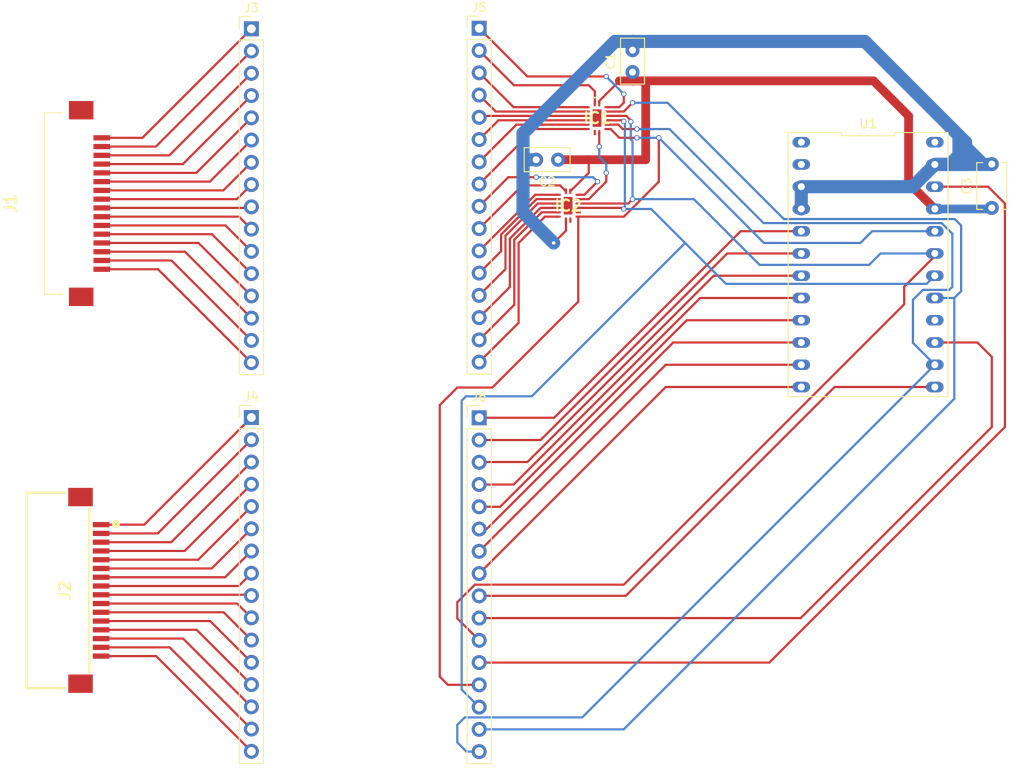
<source format=kicad_pcb>
(kicad_pcb (version 20241229) (generator "pcbnew") (generator_version "9.0")
  (title_block (date "mar. 31 mars 2015"))
  (layers (0 "F.Cu" signal) (2 "B.Cu" signal) (13 "F.Paste" user) (15 "B.Paste" user) (5 "F.SilkS" user "F.Silkscreen") (7 "B.SilkS" user "B.Silkscreen") (1 "F.Mask" user) (3 "B.Mask" user) (25 "Edge.Cuts" user))
  (net 0 "")
  (net 1 "GND")
  (net 3 "C6")
  (net 4 "Net-(IC1-QH')")
  (net 5 "C1")
  (net 6 "RCLK")
  (net 7 "{slash}SRCLR")
  (net 8 "C5")
  (net 9 "C7")
  (net 10 "{slash}OE")
  (net 11 "C8")
  (net 12 "C2")
  (net 13 "SER")
  (net 14 "C4")
  (net 15 "SRCLK")
  (net 16 "C3")
  (net 17 "C16")
  (net 18 "C15")
  (net 20 "C9")
  (net 21 "C13")
  (net 23 "C11")
  (net 24 "C12")
  (net 25 "C10")
  (net 26 "C14")
  (net 27 "VCC")
  (net 28 "Net-(J3-Pin_10)")
  (net 29 "Net-(J3-Pin_9)")
  (net 31 "Net-(J3-Pin_7)")
  (net 32 "Net-(J3-Pin_1)")
  (net 33 "Net-(J3-Pin_14)")
  (net 34 "Net-(J3-Pin_15)")
  (net 35 "Net-(J3-Pin_5)")
  (net 36 "Net-(J3-Pin_16)")
  (net 37 "Net-(J3-Pin_6)")
  (net 38 "Net-(J3-Pin_12)")
  (net 39 "Net-(J3-Pin_13)")
  (net 41 "Net-(J3-Pin_4)")
  (net 42 "Net-(J3-Pin_2)")
  (net 43 "Net-(J3-Pin_8)")
  (net 44 "Net-(J3-Pin_3)")
  (net 45 "Net-(J3-Pin_11)")
  (net 46 "Net-(J4-Pin_4)")
  (net 47 "Net-(J4-Pin_8)")
  (net 48 "Net-(J4-Pin_6)")
  (net 49 "Net-(J4-Pin_13)")
  (net 50 "Net-(J4-Pin_10)")
  (net 51 "Net-(J4-Pin_5)")
  (net 52 "Net-(J4-Pin_12)")
  (net 53 "Net-(J4-Pin_15)")
  (net 54 "Net-(J4-Pin_1)")
  (net 55 "Net-(J4-Pin_3)")
  (net 56 "Net-(J4-Pin_16)")
  (net 57 "Net-(J4-Pin_11)")
  (net 58 "Net-(J4-Pin_9)")
  (net 59 "Net-(J4-Pin_7)")
  (net 60 "Net-(J4-Pin_14)")
  (net 61 "Net-(J4-Pin_2)")
  (net 62 "D10")
  (net 63 "R5")
  (net 64 "R7")
  (net 65 "R3")
  (net 66 "RST")
  (net 67 "R4")
  (net 68 "D14")
  (net 69 "R8")
  (net 70 "R6")
  (net 71 "R2")
  (net 72 "R1")
  (net 73 "D15")
  (footprint "Connector_PinHeader_2.54mm:PinHeader_1x16_P2.54mm_Vertical" (layer "F.Cu") (at 76.5 70.45)
    (property "Reference" "J6" (at 0 -2.38 0) (layer "F.SilkS"))
    (property "Value" "Conn_01x16_Socket")
    (pad "1" thru_hole rect (at 0 0) (size 1.7 1.7) (drill 1) (layers "*.Cu" "*.Mask") (net 72 "R1"))
    (pad "2" thru_hole circle (at 0 2.54) (size 1.7 1.7) (drill 1) (layers "*.Cu" "*.Mask") (net 71 "R2"))
    (pad "3" thru_hole circle (at 0 5.08) (size 1.7 1.7) (drill 1) (layers "*.Cu" "*.Mask") (net 65 "R3"))
    (pad "4" thru_hole circle (at 0 7.62) (size 1.7 1.7) (drill 1) (layers "*.Cu" "*.Mask") (net 67 "R4"))
    (pad "5" thru_hole circle (at 0 10.16) (size 1.7 1.7) (drill 1) (layers "*.Cu" "*.Mask") (net 63 "R5"))
    (pad "6" thru_hole circle (at 0 12.7) (size 1.7 1.7) (drill 1) (layers "*.Cu" "*.Mask") (net 70 "R6"))
    (pad "7" thru_hole circle (at 0 15.24) (size 1.7 1.7) (drill 1) (layers "*.Cu" "*.Mask") (net 64 "R7"))
    (pad "8" thru_hole circle (at 0 17.78) (size 1.7 1.7) (drill 1) (layers "*.Cu" "*.Mask") (net 69 "R8"))
    (pad "9" thru_hole circle (at 0 20.32) (size 1.7 1.7) (drill 1) (layers "*.Cu" "*.Mask") (net 62 "D10"))
    (pad "10" thru_hole circle (at 0 22.86) (size 1.7 1.7) (drill 1) (layers "*.Cu" "*.Mask") (net 68 "D14"))
    (pad "11" thru_hole circle (at 0 25.4) (size 1.7 1.7) (drill 1) (layers "*.Cu" "*.Mask") (net 10 "{slash}OE"))
    (pad "12" thru_hole circle (at 0 27.94) (size 1.7 1.7) (drill 1) (layers "*.Cu" "*.Mask") (net 66 "RST"))
    (pad "13" thru_hole circle (at 0 30.48) (size 1.7 1.7) (drill 1) (layers "*.Cu" "*.Mask") (net 7 "{slash}SRCLR"))
    (pad "14" thru_hole circle (at 0 33.02) (size 1.7 1.7) (drill 1) (layers "*.Cu" "*.Mask") (net 6 "RCLK"))
    (pad "15" thru_hole circle (at 0 35.56) (size 1.7 1.7) (drill 1) (layers "*.Cu" "*.Mask") (net 13 "SER"))
    (pad "16" thru_hole circle (at 0 38.1) (size 1.7 1.7) (drill 1) (layers "*.Cu" "*.Mask") (net 15 "SRCLK"))
  )
  (footprint "Capacitor_THT:C_Disc_D5.0mm_W2.5mm_P2.50mm" (layer "F.Cu") (at 85.5 41 180)
    (property "Reference" "C2" (at 1.25 -2.5 0) (layer "F.SilkS"))
    (property "Value" "C_Small")
    (pad "1" thru_hole circle (at 0 0 180) (size 1.6 1.6) (drill 0.8) (layers "*.Cu" "*.Mask") (net 27 "VCC"))
    (pad "2" thru_hole circle (at 2.5 0 180) (size 1.6 1.6) (drill 0.8) (layers "*.Cu" "*.Mask") (net 1 "GND"))
  )
  (footprint "1_my_components:SN74AC596BQBR" (layer "F.Cu") (at 89.95 36.25)
    (property "Reference" "IC1" (at 0 0 0) (layer "F.SilkS") (effects (font (size 1.27 1.27) (thickness 0.254))))
    (property "Value" "SN74AC596BQBR" (hide yes))
    (pad "1" smd rect (at -0.25 -1.65) (size 0.24 0.6) (layers "F.Cu" "F.Mask" "F.Paste") (net 12 "C2"))
    (pad "2" smd rect (at -1.15 -1.25 90) (size 0.24 0.6) (layers "F.Cu" "F.Mask" "F.Paste") (net 16 "C3"))
    (pad "3" smd rect (at -1.15 -0.75 90) (size 0.24 0.6) (layers "F.Cu" "F.Mask" "F.Paste") (net 14 "C4"))
    (pad "4" smd rect (at -1.15 -0.25 90) (size 0.24 0.6) (layers "F.Cu" "F.Mask" "F.Paste") (net 8 "C5"))
    (pad "5" smd rect (at -1.15 0.25 90) (size 0.24 0.6) (layers "F.Cu" "F.Mask" "F.Paste") (net 3 "C6"))
    (pad "6" smd rect (at -1.15 0.75 90) (size 0.24 0.6) (layers "F.Cu" "F.Mask" "F.Paste") (net 9 "C7"))
    (pad "7" smd rect (at -1.15 1.25 90) (size 0.24 0.6) (layers "F.Cu" "F.Mask" "F.Paste") (net 11 "C8"))
    (pad "8" smd rect (at -0.25 1.65) (size 0.24 0.6) (layers "F.Cu" "F.Mask" "F.Paste") (net 1 "GND"))
    (pad "9" smd rect (at 0.25 1.65) (size 0.24 0.6) (layers "F.Cu" "F.Mask" "F.Paste") (net 4 "Net-(IC1-QH')"))
    (pad "10" smd rect (at 1.15 1.25 90) (size 0.24 0.6) (layers "F.Cu" "F.Mask" "F.Paste") (net 7 "{slash}SRCLR"))
    (pad "11" smd rect (at 1.15 0.75 90) (size 0.24 0.6) (layers "F.Cu" "F.Mask" "F.Paste") (net 15 "SRCLK"))
    (pad "12" smd rect (at 1.15 0.25 90) (size 0.24 0.6) (layers "F.Cu" "F.Mask" "F.Paste") (net 6 "RCLK"))
    (pad "13" smd rect (at 1.15 -0.25 90) (size 0.24 0.6) (layers "F.Cu" "F.Mask" "F.Paste") (net 10 "{slash}OE"))
    (pad "14" smd rect (at 1.15 -0.75 90) (size 0.24 0.6) (layers "F.Cu" "F.Mask" "F.Paste") (net 13 "SER"))
    (pad "15" smd rect (at 1.15 -1.25 90) (size 0.24 0.6) (layers "F.Cu" "F.Mask" "F.Paste") (net 5 "C1"))
    (pad "16" smd rect (at 0.25 -1.65) (size 0.24 0.6) (layers "F.Cu" "F.Mask" "F.Paste") (net 27 "VCC"))
    (pad "17" smd rect (at 0 0) (size 1 2) (layers "F.Cu" "F.Mask" "F.Paste"))
  )
  (footprint "Connector_PinHeader_2.54mm:PinHeader_1x16_P2.54mm_Vertical" (layer "F.Cu") (at 50.5 26.06)
    (property "Reference" "J3" (at 0 -2.38 0) (layer "F.SilkS"))
    (property "Value" "Conn_01x16_Socket")
    (pad "1" thru_hole rect (at 0 0) (size 1.7 1.7) (drill 1) (layers "*.Cu" "*.Mask") (net 32 "Net-(J3-Pin_1)"))
    (pad "2" thru_hole circle (at 0 2.54) (size 1.7 1.7) (drill 1) (layers "*.Cu" "*.Mask") (net 42 "Net-(J3-Pin_2)"))
    (pad "3" thru_hole circle (at 0 5.08) (size 1.7 1.7) (drill 1) (layers "*.Cu" "*.Mask") (net 44 "Net-(J3-Pin_3)"))
    (pad "4" thru_hole circle (at 0 7.62) (size 1.7 1.7) (drill 1) (layers "*.Cu" "*.Mask") (net 41 "Net-(J3-Pin_4)"))
    (pad "5" thru_hole circle (at 0 10.16) (size 1.7 1.7) (drill 1) (layers "*.Cu" "*.Mask") (net 35 "Net-(J3-Pin_5)"))
    (pad "6" thru_hole circle (at 0 12.7) (size 1.7 1.7) (drill 1) (layers "*.Cu" "*.Mask") (net 37 "Net-(J3-Pin_6)"))
    (pad "7" thru_hole circle (at 0 15.24) (size 1.7 1.7) (drill 1) (layers "*.Cu" "*.Mask") (net 31 "Net-(J3-Pin_7)"))
    (pad "8" thru_hole circle (at 0 17.78) (size 1.7 1.7) (drill 1) (layers "*.Cu" "*.Mask") (net 43 "Net-(J3-Pin_8)"))
    (pad "9" thru_hole circle (at 0 20.32) (size 1.7 1.7) (drill 1) (layers "*.Cu" "*.Mask") (net 29 "Net-(J3-Pin_9)"))
    (pad "10" thru_hole circle (at 0 22.86) (size 1.7 1.7) (drill 1) (layers "*.Cu" "*.Mask") (net 28 "Net-(J3-Pin_10)"))
    (pad "11" thru_hole circle (at 0 25.4) (size 1.7 1.7) (drill 1) (layers "*.Cu" "*.Mask") (net 45 "Net-(J3-Pin_11)"))
    (pad "12" thru_hole circle (at 0 27.94) (size 1.7 1.7) (drill 1) (layers "*.Cu" "*.Mask") (net 38 "Net-(J3-Pin_12)"))
    (pad "13" thru_hole circle (at 0 30.48) (size 1.7 1.7) (drill 1) (layers "*.Cu" "*.Mask") (net 39 "Net-(J3-Pin_13)"))
    (pad "14" thru_hole circle (at 0 33.02) (size 1.7 1.7) (drill 1) (layers "*.Cu" "*.Mask") (net 33 "Net-(J3-Pin_14)"))
    (pad "15" thru_hole circle (at 0 35.56) (size 1.7 1.7) (drill 1) (layers "*.Cu" "*.Mask") (net 34 "Net-(J3-Pin_15)"))
    (pad "16" thru_hole circle (at 0 38.1) (size 1.7 1.7) (drill 1) (layers "*.Cu" "*.Mask") (net 36 "Net-(J3-Pin_16)"))
  )
  (footprint "1_my_components:52207-1633 MOLEX - Conector FFC_FPC" (layer "F.Cu") (at 29.5 46 -90)
    (property "Reference" "J1" (at 0 6.5 90) (layer "F.SilkS") (effects (font (size 1.27 1.27) (thickness 0.254))))
    (property "Value" "52207-1633 MOLEX - Conector FFC/FPC" (hide yes))
    (pad "1" smd rect (at -7.5 -3.925 270) (size 0.6 1.9) (layers "F.Cu" "F.Mask" "F.Paste") (net 32 "Net-(J3-Pin_1)"))
    (pad "2" smd rect (at -6.5 -3.925 270) (size 0.6 1.9) (layers "F.Cu" "F.Mask" "F.Paste") (net 42 "Net-(J3-Pin_2)"))
    (pad "3" smd rect (at -5.5 -3.925 270) (size 0.6 1.9) (layers "F.Cu" "F.Mask" "F.Paste") (net 44 "Net-(J3-Pin_3)"))
    (pad "4" smd rect (at -4.5 -3.925 270) (size 0.6 1.9) (layers "F.Cu" "F.Mask" "F.Paste") (net 41 "Net-(J3-Pin_4)"))
    (pad "5" smd rect (at -3.5 -3.925 270) (size 0.6 1.9) (layers "F.Cu" "F.Mask" "F.Paste") (net 35 "Net-(J3-Pin_5)"))
    (pad "6" smd rect (at -2.5 -3.925 270) (size 0.6 1.9) (layers "F.Cu" "F.Mask" "F.Paste") (net 37 "Net-(J3-Pin_6)"))
    (pad "7" smd rect (at -1.5 -3.925 270) (size 0.6 1.9) (layers "F.Cu" "F.Mask" "F.Paste") (net 31 "Net-(J3-Pin_7)"))
    (pad "8" smd rect (at -0.5 -3.925 270) (size 0.6 1.9) (layers "F.Cu" "F.Mask" "F.Paste") (net 43 "Net-(J3-Pin_8)"))
    (pad "9" smd rect (at 0.5 -3.925 270) (size 0.6 1.9) (layers "F.Cu" "F.Mask" "F.Paste") (net 29 "Net-(J3-Pin_9)"))
    (pad "10" smd rect (at 1.5 -3.925 270) (size 0.6 1.9) (layers "F.Cu" "F.Mask" "F.Paste") (net 28 "Net-(J3-Pin_10)"))
    (pad "11" smd rect (at 2.5 -3.925 270) (size 0.6 1.9) (layers "F.Cu" "F.Mask" "F.Paste") (net 45 "Net-(J3-Pin_11)"))
    (pad "12" smd rect (at 3.5 -3.925 270) (size 0.6 1.9) (layers "F.Cu" "F.Mask" "F.Paste") (net 38 "Net-(J3-Pin_12)"))
    (pad "13" smd rect (at 4.5 -3.925 270) (size 0.6 1.9) (layers "F.Cu" "F.Mask" "F.Paste") (net 39 "Net-(J3-Pin_13)"))
    (pad "14" smd rect (at 5.5 -3.925 270) (size 0.6 1.9) (layers "F.Cu" "F.Mask" "F.Paste") (net 33 "Net-(J3-Pin_14)"))
    (pad "15" smd rect (at 6.5 -3.925 270) (size 0.6 1.9) (layers "F.Cu" "F.Mask" "F.Paste") (net 34 "Net-(J3-Pin_15)"))
    (pad "16" smd rect (at 7.5 -3.925 270) (size 0.6 1.9) (layers "F.Cu" "F.Mask" "F.Paste") (net 36 "Net-(J3-Pin_16)"))
    (pad "MP1" smd rect (at -10.65 -1.575 270) (size 2.1 2.8) (layers "F.Cu" "F.Mask" "F.Paste"))
    (pad "MP2" smd rect (at 10.65 -1.575 270) (size 2.1 2.8) (layers "F.Cu" "F.Mask" "F.Paste"))
  )
  (footprint "Capacitor_THT:C_Disc_D5.0mm_W2.5mm_P2.50mm" (layer "F.Cu") (at 94 31 90)
    (property "Reference" "C1" (at 1.25 -2.5 90) (layer "F.SilkS"))
    (property "Value" "C_Small")
    (pad "1" thru_hole circle (at 0 0 90) (size 1.6 1.6) (drill 0.8) (layers "*.Cu" "*.Mask") (net 27 "VCC"))
    (pad "2" thru_hole circle (at 2.5 0 90) (size 1.6 1.6) (drill 0.8) (layers "*.Cu" "*.Mask") (net 1 "GND"))
  )
  (footprint "1_my_components:Pro Micro Leonardo" (layer "F.Cu") (at 120.88 52.97 -90)
    (property "Reference" "U1" (at -16.07 0 0) (layer "F.SilkS"))
    (property "Value" "~" (hide yes))
    (pad "1" thru_hole oval (at -13.97 7.62 270) (size 1.2 2) (drill 0.8) (layers "*.Cu" "*.Mask"))
    (pad "2" thru_hole oval (at -11.43 7.62 270) (size 1.2 2) (drill 0.8) (layers "*.Cu" "*.Mask"))
    (pad "3" thru_hole oval (at -8.89 7.62 270) (size 1.2 2) (drill 0.8) (layers "*.Cu" "*.Mask") (net 1 "GND"))
    (pad "4" thru_hole oval (at -6.35 7.62 270) (size 1.2 2) (drill 0.8) (layers "*.Cu" "*.Mask") (net 1 "GND"))
    (pad "5" thru_hole oval (at -3.81 7.62 270) (size 1.2 2) (drill 0.8) (layers "*.Cu" "*.Mask") (net 72 "R1"))
    (pad "6" thru_hole oval (at -1.27 7.62 270) (size 1.2 2) (drill 0.8) (layers "*.Cu" "*.Mask") (net 71 "R2"))
    (pad "7" thru_hole oval (at 1.27 7.62 270) (size 1.2 2) (drill 0.8) (layers "*.Cu" "*.Mask") (net 65 "R3"))
    (pad "8" thru_hole oval (at 3.81 7.62 270) (size 1.2 2) (drill 0.8) (layers "*.Cu" "*.Mask") (net 67 "R4"))
    (pad "9" thru_hole oval (at 6.35 7.62 270) (size 1.2 2) (drill 0.8) (layers "*.Cu" "*.Mask") (net 63 "R5"))
    (pad "10" thru_hole oval (at 8.89 7.62 270) (size 1.2 2) (drill 0.8) (layers "*.Cu" "*.Mask") (net 70 "R6"))
    (pad "11" thru_hole oval (at 11.43 7.62 270) (size 1.2 2) (drill 0.8) (layers "*.Cu" "*.Mask") (net 64 "R7"))
    (pad "12" thru_hole oval (at 13.97 7.62 270) (size 1.2 2) (drill 0.8) (layers "*.Cu" "*.Mask") (net 69 "R8"))
    (pad "13" thru_hole oval (at 13.97 -7.62 270) (size 1.2 2) (drill 0.8) (layers "*.Cu" "*.Mask") (net 62 "D10"))
    (pad "14" thru_hole oval (at 11.43 -7.62 270) (size 1.2 2) (drill 0.8) (layers "*.Cu" "*.Mask") (net 15 "SRCLK"))
    (pad "15" thru_hole oval (at 8.89 -7.62 270) (size 1.2 2) (drill 0.8) (layers "*.Cu" "*.Mask") (net 68 "D14"))
    (pad "16" thru_hole oval (at 6.35 -7.62 270) (size 1.2 2) (drill 0.8) (layers "*.Cu" "*.Mask") (net 73 "D15"))
    (pad "17" thru_hole oval (at 3.81 -7.62 270) (size 1.2 2) (drill 0.8) (layers "*.Cu" "*.Mask") (net 13 "SER"))
    (pad "18" thru_hole oval (at 1.27 -7.62 270) (size 1.2 2) (drill 0.8) (layers "*.Cu" "*.Mask") (net 6 "RCLK"))
    (pad "19" thru_hole oval (at -1.27 -7.62 270) (size 1.2 2) (drill 0.8) (layers "*.Cu" "*.Mask") (net 10 "{slash}OE"))
    (pad "20" thru_hole oval (at -3.81 -7.62 270) (size 1.2 2) (drill 0.8) (layers "*.Cu" "*.Mask") (net 7 "{slash}SRCLR"))
    (pad "21" thru_hole oval (at -6.35 -7.62 270) (size 1.2 2) (drill 0.8) (layers "*.Cu" "*.Mask") (net 27 "VCC"))
    (pad "22" thru_hole oval (at -8.89 -7.62 270) (size 1.2 2) (drill 0.8) (layers "*.Cu" "*.Mask") (net 66 "RST"))
    (pad "23" thru_hole oval (at -11.43 -7.62 270) (size 1.2 2) (drill 0.8) (layers "*.Cu" "*.Mask") (net 1 "GND"))
    (pad "24" thru_hole oval (at -13.97 -7.62 270) (size 1.2 2) (drill 0.8) (layers "*.Cu" "*.Mask"))
  )
  (footprint "1_my_components:C_Disc_D5.1mm_W3.2mm_P5.00mm" (layer "F.Cu") (at 135 46.5 90)
    (property "Reference" "C3" (at 2.5 -2.85 90) (layer "F.SilkS"))
    (property "Value" "C_Polarized_Small")
    (pad "1" thru_hole circle (at 0 0 90) (size 1.6 1.6) (drill 0.8) (layers "*.Cu" "*.Mask") (net 27 "VCC"))
    (pad "2" thru_hole circle (at 5 0 90) (size 1.6 1.6) (drill 0.8) (layers "*.Cu" "*.Mask") (net 1 "GND"))
  )
  (footprint "1_my_components:SN74AC596BQBR" (layer "F.Cu") (at 86.65 46.25)
    (property "Reference" "IC2" (at 0 0 0) (layer "F.SilkS") (effects (font (size 1.27 1.27) (thickness 0.254))))
    (property "Value" "SN74AC596BQBR" (hide yes))
    (pad "1" smd rect (at -0.25 -1.65) (size 0.24 0.6) (layers "F.Cu" "F.Mask" "F.Paste") (net 25 "C10"))
    (pad "2" smd rect (at -1.15 -1.25 90) (size 0.24 0.6) (layers "F.Cu" "F.Mask" "F.Paste") (net 23 "C11"))
    (pad "3" smd rect (at -1.15 -0.75 90) (size 0.24 0.6) (layers "F.Cu" "F.Mask" "F.Paste") (net 24 "C12"))
    (pad "4" smd rect (at -1.15 -0.25 90) (size 0.24 0.6) (layers "F.Cu" "F.Mask" "F.Paste") (net 21 "C13"))
    (pad "5" smd rect (at -1.15 0.25 90) (size 0.24 0.6) (layers "F.Cu" "F.Mask" "F.Paste") (net 26 "C14"))
    (pad "6" smd rect (at -1.15 0.75 90) (size 0.24 0.6) (layers "F.Cu" "F.Mask" "F.Paste") (net 18 "C15"))
    (pad "7" smd rect (at -1.15 1.25 90) (size 0.24 0.6) (layers "F.Cu" "F.Mask" "F.Paste") (net 17 "C16"))
    (pad "8" smd rect (at -0.25 1.65) (size 0.24 0.6) (layers "F.Cu" "F.Mask" "F.Paste") (net 1 "GND"))
    (pad "9" smd rect (at 0.25 1.65) (size 0.24 0.6) (layers "F.Cu" "F.Mask" "F.Paste"))
    (pad "10" smd rect (at 1.15 1.25 90) (size 0.24 0.6) (layers "F.Cu" "F.Mask" "F.Paste") (net 7 "{slash}SRCLR"))
    (pad "11" smd rect (at 1.15 0.75 90) (size 0.24 0.6) (layers "F.Cu" "F.Mask" "F.Paste") (net 15 "SRCLK"))
    (pad "12" smd rect (at 1.15 0.25 90) (size 0.24 0.6) (layers "F.Cu" "F.Mask" "F.Paste") (net 6 "RCLK"))
    (pad "13" smd rect (at 1.15 -0.25 90) (size 0.24 0.6) (layers "F.Cu" "F.Mask" "F.Paste") (net 10 "{slash}OE"))
    (pad "14" smd rect (at 1.15 -0.75 90) (size 0.24 0.6) (layers "F.Cu" "F.Mask" "F.Paste") (net 4 "Net-(IC1-QH')"))
    (pad "15" smd rect (at 1.15 -1.25 90) (size 0.24 0.6) (layers "F.Cu" "F.Mask" "F.Paste") (net 20 "C9"))
    (pad "16" smd rect (at 0.25 -1.65) (size 0.24 0.6) (layers "F.Cu" "F.Mask" "F.Paste") (net 27 "VCC"))
    (pad "17" smd rect (at 0 0) (size 1 2) (layers "F.Cu" "F.Mask" "F.Paste"))
  )
  (footprint "Connector_PinHeader_2.54mm:PinHeader_1x16_P2.54mm_Vertical" (layer "F.Cu") (at 76.5 26)
    (property "Reference" "J5" (at 0 -2.38 0) (layer "F.SilkS"))
    (property "Value" "Conn_01x16_Socket")
    (pad "1" thru_hole rect (at 0 0) (size 1.7 1.7) (drill 1) (layers "*.Cu" "*.Mask") (net 5 "C1"))
    (pad "2" thru_hole circle (at 0 2.54) (size 1.7 1.7) (drill 1) (layers "*.Cu" "*.Mask") (net 12 "C2"))
    (pad "3" thru_hole circle (at 0 5.08) (size 1.7 1.7) (drill 1) (layers "*.Cu" "*.Mask") (net 16 "C3"))
    (pad "4" thru_hole circle (at 0 7.62) (size 1.7 1.7) (drill 1) (layers "*.Cu" "*.Mask") (net 14 "C4"))
    (pad "5" thru_hole circle (at 0 10.16) (size 1.7 1.7) (drill 1) (layers "*.Cu" "*.Mask") (net 8 "C5"))
    (pad "6" thru_hole circle (at 0 12.7) (size 1.7 1.7) (drill 1) (layers "*.Cu" "*.Mask") (net 3 "C6"))
    (pad "7" thru_hole circle (at 0 15.24) (size 1.7 1.7) (drill 1) (layers "*.Cu" "*.Mask") (net 9 "C7"))
    (pad "8" thru_hole circle (at 0 17.78) (size 1.7 1.7) (drill 1) (layers "*.Cu" "*.Mask") (net 11 "C8"))
    (pad "9" thru_hole circle (at 0 20.32) (size 1.7 1.7) (drill 1) (layers "*.Cu" "*.Mask") (net 20 "C9"))
    (pad "10" thru_hole circle (at 0 22.86) (size 1.7 1.7) (drill 1) (layers "*.Cu" "*.Mask") (net 25 "C10"))
    (pad "11" thru_hole circle (at 0 25.4) (size 1.7 1.7) (drill 1) (layers "*.Cu" "*.Mask") (net 23 "C11"))
    (pad "12" thru_hole circle (at 0 27.94) (size 1.7 1.7) (drill 1) (layers "*.Cu" "*.Mask") (net 24 "C12"))
    (pad "13" thru_hole circle (at 0 30.48) (size 1.7 1.7) (drill 1) (layers "*.Cu" "*.Mask") (net 21 "C13"))
    (pad "14" thru_hole circle (at 0 33.02) (size 1.7 1.7) (drill 1) (layers "*.Cu" "*.Mask") (net 26 "C14"))
    (pad "15" thru_hole circle (at 0 35.56) (size 1.7 1.7) (drill 1) (layers "*.Cu" "*.Mask") (net 18 "C15"))
    (pad "16" thru_hole circle (at 0 38.1) (size 1.7 1.7) (drill 1) (layers "*.Cu" "*.Mask") (net 17 "C16"))
  )
  (footprint "1_my_components:52271-1679 MOLEX - Conector FFC_FPC" (layer "F.Cu") (at 32 79 -90)
    (property "Reference" "J2" (at 11.176 2.794 90) (layer "F.SilkS") (effects (font (size 1.27 1.27) (thickness 0.254))))
    (property "Value" "52271-1679 MOLEX - Conector FFC/FPC" (hide yes))
    (pad "1" smd rect (at 3.65 -1.35 270) (size 0.6 1.9) (layers "F.Cu" "F.Mask" "F.Paste") (net 54 "Net-(J4-Pin_1)"))
    (pad "2" smd rect (at 4.65 -1.35 270) (size 0.6 1.9) (layers "F.Cu" "F.Mask" "F.Paste") (net 61 "Net-(J4-Pin_2)"))
    (pad "3" smd rect (at 5.65 -1.35 270) (size 0.6 1.9) (layers "F.Cu" "F.Mask" "F.Paste") (net 55 "Net-(J4-Pin_3)"))
    (pad "4" smd rect (at 6.65 -1.35 270) (size 0.6 1.9) (layers "F.Cu" "F.Mask" "F.Paste") (net 46 "Net-(J4-Pin_4)"))
    (pad "5" smd rect (at 7.65 -1.35 270) (size 0.6 1.9) (layers "F.Cu" "F.Mask" "F.Paste") (net 51 "Net-(J4-Pin_5)"))
    (pad "6" smd rect (at 8.65 -1.35 270) (size 0.6 1.9) (layers "F.Cu" "F.Mask" "F.Paste") (net 48 "Net-(J4-Pin_6)"))
    (pad "7" smd rect (at 9.65 -1.35 270) (size 0.6 1.9) (layers "F.Cu" "F.Mask" "F.Paste") (net 59 "Net-(J4-Pin_7)"))
    (pad "8" smd rect (at 10.65 -1.35 270) (size 0.6 1.9) (layers "F.Cu" "F.Mask" "F.Paste") (net 47 "Net-(J4-Pin_8)"))
    (pad "9" smd rect (at 11.65 -1.35 270) (size 0.6 1.9) (layers "F.Cu" "F.Mask" "F.Paste") (net 58 "Net-(J4-Pin_9)"))
    (pad "10" smd rect (at 12.65 -1.35 270) (size 0.6 1.9) (layers "F.Cu" "F.Mask" "F.Paste") (net 50 "Net-(J4-Pin_10)"))
    (pad "11" smd rect (at 13.65 -1.35 270) (size 0.6 1.9) (layers "F.Cu" "F.Mask" "F.Paste") (net 57 "Net-(J4-Pin_11)"))
    (pad "12" smd rect (at 14.65 -1.35 270) (size 0.6 1.9) (layers "F.Cu" "F.Mask" "F.Paste") (net 52 "Net-(J4-Pin_12)"))
    (pad "13" smd rect (at 15.65 -1.35 270) (size 0.6 1.9) (layers "F.Cu" "F.Mask" "F.Paste") (net 49 "Net-(J4-Pin_13)"))
    (pad "14" smd rect (at 16.65 -1.35 270) (size 0.6 1.9) (layers "F.Cu" "F.Mask" "F.Paste") (net 60 "Net-(J4-Pin_14)"))
    (pad "15" smd rect (at 17.65 -1.35 270) (size 0.6 1.9) (layers "F.Cu" "F.Mask" "F.Paste") (net 53 "Net-(J4-Pin_15)"))
    (pad "16" smd rect (at 18.65 -1.35 270) (size 0.6 1.9) (layers "F.Cu" "F.Mask" "F.Paste") (net 56 "Net-(J4-Pin_16)"))
    (pad "17" smd rect (at 0.5 1 270) (size 2.1 2.8) (layers "F.Cu" "F.Mask" "F.Paste"))
    (pad "18" smd rect (at 21.8 1 270) (size 2.1 2.8) (layers "F.Cu" "F.Mask" "F.Paste"))
  )
  (footprint "Connector_PinHeader_2.54mm:PinHeader_1x16_P2.54mm_Vertical" (layer "F.Cu") (at 50.5 70.42)
    (property "Reference" "J4" (at 0 -2.38 0) (layer "F.SilkS"))
    (property "Value" "Conn_01x16_Socket")
    (pad "1" thru_hole rect (at 0 0) (size 1.7 1.7) (drill 1) (layers "*.Cu" "*.Mask") (net 54 "Net-(J4-Pin_1)"))
    (pad "2" thru_hole circle (at 0 2.54) (size 1.7 1.7) (drill 1) (layers "*.Cu" "*.Mask") (net 61 "Net-(J4-Pin_2)"))
    (pad "3" thru_hole circle (at 0 5.08) (size 1.7 1.7) (drill 1) (layers "*.Cu" "*.Mask") (net 55 "Net-(J4-Pin_3)"))
    (pad "4" thru_hole circle (at 0 7.62) (size 1.7 1.7) (drill 1) (layers "*.Cu" "*.Mask") (net 46 "Net-(J4-Pin_4)"))
    (pad "5" thru_hole circle (at 0 10.16) (size 1.7 1.7) (drill 1) (layers "*.Cu" "*.Mask") (net 51 "Net-(J4-Pin_5)"))
    (pad "6" thru_hole circle (at 0 12.7) (size 1.7 1.7) (drill 1) (layers "*.Cu" "*.Mask") (net 48 "Net-(J4-Pin_6)"))
    (pad "7" thru_hole circle (at 0 15.24) (size 1.7 1.7) (drill 1) (layers "*.Cu" "*.Mask") (net 59 "Net-(J4-Pin_7)"))
    (pad "8" thru_hole circle (at 0 17.78) (size 1.7 1.7) (drill 1) (layers "*.Cu" "*.Mask") (net 47 "Net-(J4-Pin_8)"))
    (pad "9" thru_hole circle (at 0 20.32) (size 1.7 1.7) (drill 1) (layers "*.Cu" "*.Mask") (net 58 "Net-(J4-Pin_9)"))
    (pad "10" thru_hole circle (at 0 22.86) (size 1.7 1.7) (drill 1) (layers "*.Cu" "*.Mask") (net 50 "Net-(J4-Pin_10)"))
    (pad "11" thru_hole circle (at 0 25.4) (size 1.7 1.7) (drill 1) (layers "*.Cu" "*.Mask") (net 57 "Net-(J4-Pin_11)"))
    (pad "12" thru_hole circle (at 0 27.94) (size 1.7 1.7) (drill 1) (layers "*.Cu" "*.Mask") (net 52 "Net-(J4-Pin_12)"))
    (pad "13" thru_hole circle (at 0 30.48) (size 1.7 1.7) (drill 1) (layers "*.Cu" "*.Mask") (net 49 "Net-(J4-Pin_13)"))
    (pad "14" thru_hole circle (at 0 33.02) (size 1.7 1.7) (drill 1) (layers "*.Cu" "*.Mask") (net 60 "Net-(J4-Pin_14)"))
    (pad "15" thru_hole circle (at 0 35.56) (size 1.7 1.7) (drill 1) (layers "*.Cu" "*.Mask") (net 53 "Net-(J4-Pin_15)"))
    (pad "16" thru_hole circle (at 0 38.1) (size 1.7 1.7) (drill 1) (layers "*.Cu" "*.Mask") (net 56 "Net-(J4-Pin_16)"))
  )
  (segment (start 86.4 49.1) (end 85 50.5) (width 0.25) (layer "F.Cu") (net 1))
  (segment (start 86.4 47.9) (end 86.4 49.1) (width 0.25) (layer "F.Cu") (net 1))
  (via (at 85 50.5) (size 0.6) (drill 0.4) (layers "F.Cu" "B.Cu") (net 1))
  (segment (start 134 41.54) (end 134.96 41.54) (width 1.5) (layer "B.Cu") (net 1))
  (segment (start 132 39) (end 132 41.5) (width 1.5) (layer "B.Cu") (net 1))
  (segment (start 113.26 44.08) (end 125.96 44.08) (width 1.5) (layer "B.Cu") (net 1))
  (segment (start 120.5 27.5) (end 131.25 38.25) (width 1.5) (layer "B.Cu") (net 1))
  (segment (start 81.5 38) (end 92 27.5) (width 1.5) (layer "B.Cu") (net 1))
  (segment (start 81.5 41) (end 81.5 38) (width 1.5) (layer "B.Cu") (net 1))
  (segment (start 130.5 41.54) (end 131.96 41.54) (width 1.5) (layer "B.Cu") (net 1))
  (segment (start 81.5 41) (end 83 41) (width 1.5) (layer "B.Cu") (net 1))
  (segment (start 125.96 44.08) (end 128.5 41.54) (width 1.5) (layer "B.Cu") (net 1))
  (segment (start 128.5 41.54) (end 130.5 41.54) (width 1.5) (layer "B.Cu") (net 1))
  (segment (start 134.96 41.54) (end 135 41.5) (width 1.5) (layer "B.Cu") (net 1))
  (segment (start 94 27.5) (end 120.5 27.5) (width 1.5) (layer "B.Cu") (net 1))
  (segment (start 92 27.5) (end 94 27.5) (width 1.5) (layer "B.Cu") (net 1))
  (segment (start 130.2 41.54) (end 128.5 41.54) (width 1.5) (layer "B.Cu") (net 1))
  (segment (start 131.25 38.25) (end 131.25 40.49) (width 1.5) (layer "B.Cu") (net 1))
  (segment (start 131.96 41.54) (end 132 41.5) (width 1.5) (layer "B.Cu") (net 1))
  (segment (start 132 39.54) (end 134 41.54) (width 1.5) (layer "B.Cu") (net 1))
  (segment (start 128.5 41.54) (end 134 41.54) (width 1.5) (layer "B.Cu") (net 1))
  (segment (start 132 40.04) (end 130.5 41.54) (width 1.5) (layer "B.Cu") (net 1))
  (segment (start 81.5 41) (end 81.5 47) (width 1.5) (layer "B.Cu") (net 1))
  (segment (start 131.25 40.49) (end 130.2 41.54) (width 1.5) (layer "B.Cu") (net 1))
  (segment (start 131.25 38.25) (end 132 39) (width 1.5) (layer "B.Cu") (net 1))
  (segment (start 132 39) (end 132 40.04) (width 1.5) (layer "B.Cu") (net 1))
  (segment (start 132 39) (end 132 39.54) (width 1.5) (layer "B.Cu") (net 1))
  (segment (start 94 27.5) (end 94 28.5) (width 1.5) (layer "B.Cu") (net 1))
  (segment (start 81.5 47) (end 85 50.5) (width 1.5) (layer "B.Cu") (net 1))
  (segment (start 113.26 46.62) (end 113.26 44.08) (width 1.5) (layer "B.Cu") (net 1))
  (segment (start 78.7 36.5) (end 76.5 38.7) (width 0.25) (layer "F.Cu") (net 3))
  (segment (start 78.7 36.5) (end 88.8 36.5) (width 0.25) (layer "F.Cu") (net 3))
  (segment (start 91 42.5) (end 91 43.5) (width 0.25) (layer "F.Cu") (net 4))
  (segment (start 89 45.5) (end 87.8 45.5) (width 0.25) (layer "F.Cu") (net 4))
  (segment (start 91 43.5) (end 89 45.5) (width 0.25) (layer "F.Cu") (net 4))
  (segment (start 90.2 39.5) (end 90.2 37.9) (width 0.25) (layer "F.Cu") (net 4))
  (via (at 91 42.5) (size 0.6) (drill 0.4) (layers "F.Cu" "B.Cu") (net 4))
  (via (at 90.2 39.5) (size 0.6) (drill 0.4) (layers "F.Cu" "B.Cu") (net 4))
  (segment (start 90.2 40.7) (end 91 41.5) (width 0.25) (layer "B.Cu") (net 4))
  (segment (start 91 41.5) (end 91 42.5) (width 0.25) (layer "B.Cu") (net 4))
  (segment (start 90.2 39.5) (end 90.2 40.7) (width 0.25) (layer "B.Cu") (net 4))
  (segment (start 76.5 26) (end 82 31.5) (width 0.25) (layer "F.Cu") (net 5))
  (segment (start 92.5 35) (end 91.1 35) (width 0.25) (layer "F.Cu") (net 5))
  (segment (start 82 31.5) (end 91 31.5) (width 0.25) (layer "F.Cu") (net 5))
  (segment (start 93 34.5) (end 92.5 35) (width 0.25) (layer "F.Cu") (net 5))
  (segment (start 93 33.5) (end 93 34.5) (width 0.25) (layer "F.Cu") (net 5))
  (via (at 93 33.5) (size 0.6) (drill 0.4) (layers "F.Cu" "B.Cu") (net 5))
  (via (at 91 31.5) (size 0.6) (drill 0.4) (layers "F.Cu" "B.Cu") (net 5))
  (segment (start 91 31.5) (end 93 33.5) (width 0.25) (layer "B.Cu") (net 5))
  (segment (start 87.8 46.5) (end 92.875 46.5) (width 0.25) (layer "F.Cu") (net 6))
  (segment (start 92.875 36.5) (end 93 36.625) (width 0.25) (layer "F.Cu") (net 6))
  (segment (start 92.875 46.5) (end 93 46.625) (width 0.25) (layer "F.Cu") (net 6))
  (segment (start 91.1 36.5) (end 92.875 36.5) (width 0.25) (layer "F.Cu") (net 6))
  (via (at 93 46.625) (size 0.6) (drill 0.4) (layers "F.Cu" "B.Cu") (net 6))
  (via (at 93 36.625) (size 0.6) (drill 0.4) (layers "F.Cu" "B.Cu") (net 6))
  (segment (start 100 50.5) (end 96.125 46.625) (width 0.25) (layer "B.Cu") (net 6))
  (segment (start 74.5 101.47) (end 74.5 68.5) (width 0.25) (layer "B.Cu") (net 6))
  (segment (start 82.5 68) (end 100 50.5) (width 0.25) (layer "B.Cu") (net 6))
  (segment (start 93 36.625) (end 93.125 36.5) (width 0.25) (layer "B.Cu") (net 6))
  (segment (start 104.666 55.166) (end 100 50.5) (width 0.25) (layer "B.Cu") (net 6))
  (segment (start 127.574 55.166) (end 104.666 55.166) (width 0.25) (layer "B.Cu") (net 6))
  (segment (start 74.5 68.5) (end 75 68) (width 0.25) (layer "B.Cu") (net 6))
  (segment (start 93.125 36.5) (end 93.125 46.625) (width 0.25) (layer "B.Cu") (net 6))
  (segment (start 76.5 103.47) (end 74.5 101.47) (width 0.25) (layer "B.Cu") (net 6))
  (segment (start 96.125 46.625) (end 93 46.625) (width 0.25) (layer "B.Cu") (net 6))
  (segment (start 128.5 54.24) (end 127.574 55.166) (width 0.25) (layer "B.Cu") (net 6))
  (segment (start 75 68) (end 82.5 68) (width 0.25) (layer "B.Cu") (net 6))
  (segment (start 92.5 38.5) (end 91.5 37.5) (width 0.25) (layer "F.Cu") (net 7))
  (segment (start 87.8 47.5) (end 87.8 57.2) (width 0.25) (layer "F.Cu") (net 7))
  (segment (start 97 43.510298) (end 93.010298 47.5) (width 0.25) (layer "F.Cu") (net 7))
  (segment (start 87.8 47.5) (end 93.010298 47.5) (width 0.25) (layer "F.Cu") (net 7))
  (segment (start 78 67) (end 74 67) (width 0.25) (layer "F.Cu") (net 7))
  (segment (start 72.93 100.93) (end 76.5 100.93) (width 0.25) (layer "F.Cu") (net 7))
  (segment (start 72 69) (end 72 100) (width 0.25) (layer "F.Cu") (net 7))
  (segment (start 74 67) (end 72 69) (width 0.25) (layer "F.Cu") (net 7))
  (segment (start 87.8 57.2) (end 78 67) (width 0.25) (layer "F.Cu") (net 7))
  (segment (start 72 100) (end 72.93 100.93) (width 0.25) (layer "F.Cu") (net 7))
  (segment (start 94.5 38.5) (end 92.5 38.5) (width 0.25) (layer "F.Cu") (net 7))
  (segment (start 91.5 37.5) (end 91.1 37.5) (width 0.25) (layer "F.Cu") (net 7))
  (segment (start 97 38.5) (end 97 43.510298) (width 0.25) (layer "F.Cu") (net 7))
  (via (at 94.5 38.5) (size 0.6) (drill 0.4) (layers "F.Cu" "B.Cu") (net 7))
  (via (at 97 38.5) (size 0.6) (drill 0.4) (layers "F.Cu" "B.Cu") (net 7))
  (via (at 97 38.5) (size 0.6) (drill 0.4) (layers "F.Cu" "B.Cu") (net 7))
  (segment (start 120 50.5) (end 121.34 49.16) (width 0.25) (layer "B.Cu") (net 7))
  (segment (start 97 38.5) (end 109 50.5) (width 0.25) (layer "B.Cu") (net 7))
  (segment (start 97 38.5) (end 94.5 38.5) (width 0.25) (layer "B.Cu") (net 7))
  (segment (start 109 50.5) (end 120 50.5) (width 0.25) (layer "B.Cu") (net 7))
  (segment (start 121.34 49.16) (end 128.5 49.16) (width 0.25) (layer "B.Cu") (net 7))
  (segment (start 76.5 36.16) (end 76.66 36) (width 0.25) (layer "F.Cu") (net 8))
  (segment (start 76.66 36) (end 88.8 36) (width 0.25) (layer "F.Cu") (net 8))
  (segment (start 80.74 37) (end 88.8 37) (width 0.25) (layer "F.Cu") (net 9))
  (segment (start 80.74 37) (end 76.5 41.24) (width 0.25) (layer "F.Cu") (net 9))
  (segment (start 76 89.5) (end 74 91.5) (width 0.25) (layer "F.Cu") (net 10))
  (segment (start 125 55.5) (end 125 57.5) (width 0.25) (layer "F.Cu") (net 10))
  (segment (start 74 91.5) (end 74 93.35) (width 0.25) (layer "F.Cu") (net 10))
  (segment (start 74 93.35) (end 76.5 95.85) (width 0.25) (layer "F.Cu") (net 10))
  (segment (start 125 57.5) (end 93 89.5) (width 0.25) (layer "F.Cu") (net 10))
  (segment (start 128.5 51.7) (end 128.5 52) (width 0.25) (layer "F.Cu") (net 10))
  (segment (start 128.5 52) (end 125 55.5) (width 0.25) (layer "F.Cu") (net 10))
  (segment (start 93.799119 36.503482) (end 93.295637 36) (width 0.25) (layer "F.Cu") (net 10))
  (segment (start 87.8 46) (end 93.5 46) (width 0.25) (layer "F.Cu") (net 10))
  (segment (start 93.799119 36.662598) (end 93.799119 36.503482) (width 0.25) (layer "F.Cu") (net 10))
  (segment (start 94 45.5) (end 93.5 46) (width 0.25) (layer "F.Cu") (net 10))
  (segment (start 93 89.5) (end 76 89.5) (width 0.25) (layer "F.Cu") (net 10))
  (segment (start 93.295637 36) (end 91.1 36) (width 0.25) (layer "F.Cu") (net 10))
  (via (at 94 45.5) (size 0.6) (drill 0.4) (layers "F.Cu" "B.Cu") (net 10))
  (via (at 94 45.5) (size 0.6) (drill 0.4) (layers "F.Cu" "B.Cu") (net 10))
  (via (at 93.799119 36.662598) (size 0.6) (drill 0.4) (layers "F.Cu" "B.Cu") (net 10))
  (segment (start 121 53) (end 122.3 51.7) (width 0.25) (layer "B.Cu") (net 10))
  (segment (start 101 45.5) (end 108.5 53) (width 0.25) (layer "B.Cu") (net 10))
  (segment (start 122.3 51.7) (end 128.5 51.7) (width 0.25) (layer "B.Cu") (net 10))
  (segment (start 94 45.5) (end 101 45.5) (width 0.25) (layer "B.Cu") (net 10))
  (segment (start 93.799119 38.684417) (end 93.799119 36.662598) (width 0.25) (layer "B.Cu") (net 10))
  (segment (start 94 38.885298) (end 93.799119 38.684417) (width 0.25) (layer "B.Cu") (net 10))
  (segment (start 94 45.5) (end 94 38.885298) (width 0.25) (layer "B.Cu") (net 10))
  (segment (start 108.5 53) (end 121 53) (width 0.25) (layer "B.Cu") (net 10))
  (segment (start 82.78 37.5) (end 76.5 43.78) (width 0.25) (layer "F.Cu") (net 11))
  (segment (start 82.78 37.5) (end 88.8 37.5) (width 0.25) (layer "F.Cu") (net 11))
  (segment (start 89.7 33.2) (end 89.7 34.6) (width 0.25) (layer "F.Cu") (net 12))
  (segment (start 89 32.5) (end 89.7 33.2) (width 0.25) (layer "F.Cu") (net 12))
  (segment (start 76.5 28.54) (end 80.46 32.5) (width 0.25) (layer "F.Cu") (net 12))
  (segment (start 80.46 32.5) (end 89 32.5) (width 0.25) (layer "F.Cu") (net 12))
  (segment (start 91.1 35.5) (end 93 35.5) (width 0.25) (layer "F.Cu") (net 13))
  (segment (start 93 35.5) (end 94 34.5) (width 0.25) (layer "F.Cu") (net 13))
  (via (at 94 34.5) (size 0.6) (drill 0.4) (layers "F.Cu" "B.Cu") (net 13))
  (segment (start 130.72 68.28) (end 130.72 56.78) (width 0.25) (layer "B.Cu") (net 13))
  (segment (start 111.274219 47.774219) (end 98 34.5) (width 0.25) (layer "B.Cu") (net 13))
  (segment (start 130.774219 47.774219) (end 111.274219 47.774219) (width 0.25) (layer "B.Cu") (net 13))
  (segment (start 98 34.5) (end 94 34.5) (width 0.25) (layer "B.Cu") (net 13))
  (segment (start 92.99 106.01) (end 130.72 68.28) (width 0.25) (layer "B.Cu") (net 13))
  (segment (start 76.5 106.01) (end 92.99 106.01) (width 0.25) (layer "B.Cu") (net 13))
  (segment (start 131.5 56) (end 131.5 48.5) (width 0.25) (layer "B.Cu") (net 13))
  (segment (start 128.5 56.78) (end 130.72 56.78) (width 0.25) (layer "B.Cu") (net 13))
  (segment (start 130.72 56.78) (end 131.5 56) (width 0.25) (layer "B.Cu") (net 13))
  (segment (start 131.5 48.5) (end 130.774219 47.774219) (width 0.25) (layer "B.Cu") (net 13))
  (segment (start 78.38 35.5) (end 88.8 35.5) (width 0.25) (layer "F.Cu") (net 14))
  (segment (start 78.38 35.5) (end 76.5 33.62) (width 0.25) (layer "F.Cu") (net 14))
  (segment (start 94.5 37.5) (end 92.885298 37.5) (width 0.25) (layer "F.Cu") (net 15))
  (segment (start 92.385298 37) (end 91.1 37) (width 0.25) (layer "F.Cu") (net 15))
  (segment (start 92.885298 37.5) (end 92.385298 37) (width 0.25) (layer "F.Cu") (net 15))
  (via (at 94.5 37.5) (size 0.6) (drill 0.4) (layers "F.Cu" "B.Cu") (net 15))
  (segment (start 104.717 44) (end 108.951 48.234) (width 0.25) (layer "B.Cu") (net 15))
  (segment (start 127.146 55.854) (end 126 57) (width 0.25) (layer "B.Cu") (net 15))
  (segment (start 88.254 104.646) (end 74.854 104.646) (width 0.25) (layer "B.Cu") (net 15))
  (segment (start 128.5 64.4) (end 88.254 104.646) (width 0.25) (layer "B.Cu") (net 15))
  (segment (start 129.266 48.234) (end 129.274781 48.225219) (width 0.25) (layer "B.Cu") (net 15))
  (segment (start 98.217 37.5) (end 104.717 44) (width 0.25) (layer "B.Cu") (net 15))
  (segment (start 94.5 37.5) (end 96.366702 37.5) (width 0.25) (layer "B.Cu") (net 15))
  (segment (start 130.5 49.450438) (end 130.5 55.5) (width 0.25) (layer "B.Cu") (net 15))
  (segment (start 74 107.5) (end 75.05 108.55) (width 0.25) (layer "B.Cu") (net 15))
  (segment (start 126 61.9) (end 128.5 64.4) (width 0.25) (layer "B.Cu") (net 15))
  (segment (start 74.854 104.646) (end 74 105.5) (width 0.25) (layer "B.Cu") (net 15))
  (segment (start 108.951 48.234) (end 129.266 48.234) (width 0.25) (layer "B.Cu") (net 15))
  (segment (start 130.5 55.5) (end 130.146 55.854) (width 0.25) (layer "B.Cu") (net 15))
  (segment (start 74 105.5) (end 74 107.5) (width 0.25) (layer "B.Cu") (net 15))
  (segment (start 130.146 55.854) (end 127.146 55.854) (width 0.25) (layer "B.Cu") (net 15))
  (segment (start 129.274781 48.225219) (end 130.5 49.450438) (width 0.25) (layer "B.Cu") (net 15))
  (segment (start 75.05 108.55) (end 76.5 108.55) (width 0.25) (layer "B.Cu") (net 15))
  (segment (start 94.5 37.5) (end 98.217 37.5) (width 0.25) (layer "B.Cu") (net 15))
  (segment (start 126 57) (end 126 61.9) (width 0.25) (layer "B.Cu") (net 15))
  (segment (start 80.42 35) (end 88.8 35) (width 0.25) (layer "F.Cu") (net 16))
  (segment (start 80.42 35) (end 76.5 31.08) (width 0.25) (layer "F.Cu") (net 16))
  (segment (start 84 47.5) (end 81 50.5) (width 0.25) (layer "F.Cu") (net 17))
  (segment (start 81 59.6) (end 76.5 64.1) (width 0.25) (layer "F.Cu") (net 17))
  (segment (start 81 50.5) (end 81 59.6) (width 0.25) (layer "F.Cu") (net 17))
  (segment (start 85.5 47.5) (end 84 47.5) (width 0.25) (layer "F.Cu") (net 17))
  (segment (start 80.5 57.56) (end 76.5 61.56) (width 0.25) (layer "F.Cu") (net 18))
  (segment (start 85.5 47) (end 83.63781 47) (width 0.25) (layer "F.Cu") (net 18))
  (segment (start 83.63781 47) (end 80.5 50.13781) (width 0.25) (layer "F.Cu") (net 18))
  (segment (start 80.5 50.13781) (end 80.5 57.56) (width 0.25) (layer "F.Cu") (net 18))
  (segment (start 83 43) (end 79.82 43) (width 0.25) (layer "F.Cu") (net 20))
  (segment (start 79.82 43) (end 76.5 46.32) (width 0.25) (layer "F.Cu") (net 20))
  (segment (start 90 43.5) (end 88.5 45) (width 0.25) (layer "F.Cu") (net 20))
  (segment (start 88.5 45) (end 87.8 45) (width 0.25) (layer "F.Cu") (net 20))
  (via (at 83 43) (size 0.6) (drill 0.4) (layers "F.Cu" "B.Cu") (net 20))
  (via (at 90 43.5) (size 0.6) (drill 0.4) (layers "F.Cu" "B.Cu") (net 20))
  (segment (start 83 43) (end 89.5 43) (width 0.25) (layer "B.Cu") (net 20))
  (segment (start 89.5 43) (end 90 43.5) (width 0.25) (layer "B.Cu") (net 20))
  (segment (start 79.5 49.67562) (end 79.5 53.48) (width 0.25) (layer "F.Cu") (net 21))
  (segment (start 83.17562 46) (end 79.5 49.67562) (width 0.25) (layer "F.Cu") (net 21))
  (segment (start 85.5 46) (end 83.17562 46) (width 0.25) (layer "F.Cu") (net 21))
  (segment (start 79.5 53.48) (end 76.5 56.48) (width 0.25) (layer "F.Cu") (net 21))
  (segment (start 82.9 45) (end 76.5 51.4) (width 0.25) (layer "F.Cu") (net 23))
  (segment (start 82.9 45) (end 85.5 45) (width 0.25) (layer "F.Cu") (net 23))
  (segment (start 83.03781 45.5) (end 79 49.53781) (width 0.25) (layer "F.Cu") (net 24))
  (segment (start 85.5 45.5) (end 83.03781 45.5) (width 0.25) (layer "F.Cu") (net 24))
  (segment (start 79 51.44) (end 76.5 53.94) (width 0.25) (layer "F.Cu") (net 24))
  (segment (start 79 49.53781) (end 79 51.44) (width 0.25) (layer "F.Cu") (net 24))
  (segment (start 81.43 43.93) (end 85.73 43.93) (width 0.25) (layer "F.Cu") (net 25))
  (segment (start 85.73 43.93) (end 86.4 44.6) (width 0.25) (layer "F.Cu") (net 25))
  (segment (start 76.5 48.86) (end 81.43 43.93) (width 0.25) (layer "F.Cu") (net 25))
  (segment (start 85.5 46.5) (end 83.5 46.5) (width 0.25) (layer "F.Cu") (net 26))
  (segment (start 83.5 46.5) (end 80 50) (width 0.25) (layer "F.Cu") (net 26))
  (segment (start 80 55.52) (end 76.5 59.02) (width 0.25) (layer "F.Cu") (net 26))
  (segment (start 80 50) (end 80 55.52) (width 0.25) (layer "F.Cu") (net 26))
  (segment (start 94 32) (end 94 31) (width 1) (layer "F.Cu") (net 27))
  (segment (start 95.5 32) (end 121.5 32) (width 1) (layer "F.Cu") (net 27))
  (segment (start 125.5 43.62) (end 128.5 46.62) (width 1) (layer "F.Cu") (net 27))
  (segment (start 85.5 41) (end 89 41) (width 1) (layer "F.Cu") (net 27))
  (segment (start 95.5 32) (end 94 32) (width 1) (layer "F.Cu") (net 27))
  (segment (start 89 42.5) (end 89 41) (width 0.25) (layer "F.Cu") (net 27))
  (segment (start 121.5 32) (end 125.5 36) (width 1) (layer "F.Cu") (net 27))
  (segment (start 90.2 34.3) (end 90.2 34.6) (width 0.25) (layer "F.Cu") (net 27))
  (segment (start 95.4 32.1) (end 95.5 32) (width 0.25) (layer "F.Cu") (net 27))
  (segment (start 86.9 44.6) (end 89 42.5) (width 0.25) (layer "F.Cu") (net 27))
  (segment (start 125.5 36) (end 125.5 43.62) (width 1) (layer "F.Cu") (net 27))
  (segment (start 95.5 41) (end 95.5 32) (width 1) (layer "F.Cu") (net 27))
  (segment (start 94 32) (end 92.5 32) (width 1) (layer "F.Cu") (net 27))
  (segment (start 89 41) (end 95.5 41) (width 1) (layer "F.Cu") (net 27))
  (segment (start 92.5 32) (end 90.2 34.3) (width 0.25) (layer "F.Cu") (net 27))
  (segment (start 134.88 46.62) (end 135 46.5) (width 1) (layer "B.Cu") (net 27))
  (segment (start 128.5 46.62) (end 134.88 46.62) (width 1) (layer "B.Cu") (net 27))
  (segment (start 49.08 47.5) (end 50.5 48.92) (width 0.25) (layer "F.Cu") (net 28))
  (segment (start 33.425 47.5) (end 49.08 47.5) (width 0.25) (layer "F.Cu") (net 28))
  (segment (start 50.38 46.5) (end 50.5 46.38) (width 0.25) (layer "F.Cu") (net 29))
  (segment (start 33.425 46.5) (end 50.38 46.5) (width 0.25) (layer "F.Cu") (net 29))
  (segment (start 47.3 44.5) (end 50.5 41.3) (width 0.25) (layer "F.Cu") (net 31))
  (segment (start 33.425 44.5) (end 47.3 44.5) (width 0.25) (layer "F.Cu") (net 31))
  (segment (start 38.06 38.5) (end 50.5 26.06) (width 0.25) (layer "F.Cu") (net 32))
  (segment (start 33.425 38.5) (end 38.06 38.5) (width 0.25) (layer "F.Cu") (net 32))
  (segment (start 42.92 51.5) (end 50.5 59.08) (width 0.25) (layer "F.Cu") (net 33))
  (segment (start 33.425 51.5) (end 42.92 51.5) (width 0.25) (layer "F.Cu") (net 33))
  (segment (start 33.425 52.5) (end 41.38 52.5) (width 0.25) (layer "F.Cu") (net 34))
  (segment (start 41.38 52.5) (end 50.5 61.62) (width 0.25) (layer "F.Cu") (net 34))
  (segment (start 44.22 42.5) (end 50.5 36.22) (width 0.25) (layer "F.Cu") (net 35))
  (segment (start 33.425 42.5) (end 44.22 42.5) (width 0.25) (layer "F.Cu") (net 35))
  (segment (start 33.425 53.5) (end 39.84 53.5) (width 0.25) (layer "F.Cu") (net 36))
  (segment (start 39.84 53.5) (end 50.5 64.16) (width 0.25) (layer "F.Cu") (net 36))
  (segment (start 33.425 43.5) (end 45.76 43.5) (width 0.25) (layer "F.Cu") (net 37))
  (segment (start 45.76 43.5) (end 50.5 38.76) (width 0.25) (layer "F.Cu") (net 37))
  (segment (start 33.425 49.5) (end 46 49.5) (width 0.25) (layer "F.Cu") (net 38))
  (segment (start 46 49.5) (end 50.5 54) (width 0.25) (layer "F.Cu") (net 38))
  (segment (start 44.46 50.5) (end 50.5 56.54) (width 0.25) (layer "F.Cu") (net 39))
  (segment (start 33.425 50.5) (end 44.46 50.5) (width 0.25) (layer "F.Cu") (net 39))
  (segment (start 33.425 41.5) (end 42.68 41.5) (width 0.25) (layer "F.Cu") (net 41))
  (segment (start 50.5 33.68) (end 42.68 41.5) (width 0.25) (layer "F.Cu") (net 41))
  (segment (start 39.6 39.5) (end 50.5 28.6) (width 0.25) (layer "F.Cu") (net 42))
  (segment (start 39.6 39.5) (end 33.425 39.5) (width 0.25) (layer "F.Cu") (net 42))
  (segment (start 48.84 45.5) (end 50.5 43.84) (width 0.25) (layer "F.Cu") (net 43))
  (segment (start 33.425 45.5) (end 48.84 45.5) (width 0.25) (layer "F.Cu") (net 43))
  (segment (start 41.14 40.5) (end 50.5 31.14) (width 0.25) (layer "F.Cu") (net 44))
  (segment (start 33.425 40.5) (end 41.14 40.5) (width 0.25) (layer "F.Cu") (net 44))
  (segment (start 47.54 48.5) (end 50.5 51.46) (width 0.25) (layer "F.Cu") (net 45))
  (segment (start 33.425 48.5) (end 47.54 48.5) (width 0.25) (layer "F.Cu") (net 45))
  (segment (start 33.35 85.65) (end 42.89 85.65) (width 0.25) (layer "F.Cu") (net 46))
  (segment (start 42.89 85.65) (end 50.5 78.04) (width 0.25) (layer "F.Cu") (net 46))
  (segment (start 33.35 89.65) (end 49.05 89.65) (width 0.25) (layer "F.Cu") (net 47))
  (segment (start 49.05 89.65) (end 50.5 88.2) (width 0.25) (layer "F.Cu") (net 47))
  (segment (start 45.97 87.65) (end 50.5 83.12) (width 0.25) (layer "F.Cu") (net 48))
  (segment (start 33.35 87.65) (end 45.97 87.65) (width 0.25) (layer "F.Cu") (net 48))
  (segment (start 33.35 94.65) (end 44.25 94.65) (width 0.25) (layer "F.Cu") (net 49))
  (segment (start 44.25 94.65) (end 50.5 100.9) (width 0.25) (layer "F.Cu") (net 49))
  (segment (start 33.35 91.65) (end 48.87 91.65) (width 0.25) (layer "F.Cu") (net 50))
  (segment (start 48.87 91.65) (end 50.5 93.28) (width 0.25) (layer "F.Cu") (net 50))
  (segment (start 44.43 86.65) (end 50.5 80.58) (width 0.25) (layer "F.Cu") (net 51))
  (segment (start 33.35 86.65) (end 44.43 86.65) (width 0.25) (layer "F.Cu") (net 51))
  (segment (start 33.35 93.65) (end 45.79 93.65) (width 0.25) (layer "F.Cu") (net 52))
  (segment (start 45.79 93.65) (end 50.5 98.36) (width 0.25) (layer "F.Cu") (net 52))
  (segment (start 33.35 96.65) (end 41.17 96.65) (width 0.25) (layer "F.Cu") (net 53))
  (segment (start 41.17 96.65) (end 50.5 105.98) (width 0.25) (layer "F.Cu") (net 53))
  (segment (start 33.35 82.65) (end 38.27 82.65) (width 0.25) (layer "F.Cu") (net 54))
  (segment (start 38.27 82.65) (end 50.5 70.42) (width 0.25) (layer "F.Cu") (net 54))
  (segment (start 41.35 84.65) (end 50.5 75.5) (width 0.25) (layer "F.Cu") (net 55))
  (segment (start 33.35 84.65) (end 41.35 84.65) (width 0.25) (layer "F.Cu") (net 55))
  (segment (start 33.35 97.65) (end 39.63 97.65) (width 0.25) (layer "F.Cu") (net 56))
  (segment (start 39.63 97.65) (end 50.5 108.52) (width 0.25) (layer "F.Cu") (net 56))
  (segment (start 33.35 92.65) (end 47.33 92.65) (width 0.25) (layer "F.Cu") (net 57))
  (segment (start 47.33 92.65) (end 50.5 95.82) (width 0.25) (layer "F.Cu") (net 57))
  (segment (start 50.41 90.65) (end 50.5 90.74) (width 0.25) (layer "F.Cu") (net 58))
  (segment (start 33.35 90.65) (end 50.41 90.65) (width 0.25) (layer "F.Cu") (net 58))
  (segment (start 33.35 88.65) (end 47.51 88.65) (width 0.25) (layer "F.Cu") (net 59))
  (segment (start 47.51 88.65) (end 50.5 85.66) (width 0.25) (layer "F.Cu") (net 59))
  (segment (start 33.35 95.65) (end 42.71 95.65) (width 0.25) (layer "F.Cu") (net 60))
  (segment (start 42.71 95.65) (end 50.5 103.44) (width 0.25) (layer "F.Cu") (net 60))
  (segment (start 33.35 83.65) (end 39.81 83.65) (width 0.25) (layer "F.Cu") (net 61))
  (segment (start 39.81 83.65) (end 50.5 72.96) (width 0.25) (layer "F.Cu") (net 61))
  (segment (start 117.06 66.94) (end 93.23 90.77) (width 0.25) (layer "F.Cu") (net 62))
  (segment (start 128.5 66.94) (end 117.06 66.94) (width 0.25) (layer "F.Cu") (net 62))
  (segment (start 93.23 90.77) (end 76.5 90.77) (width 0.25) (layer "F.Cu") (net 62))
  (segment (start 78.89 80.61) (end 76.5 80.61) (width 0.25) (layer "F.Cu") (net 63))
  (segment (start 100.18 59.32) (end 78.89 80.61) (width 0.25) (layer "F.Cu") (net 63))
  (segment (start 113.26 59.32) (end 100.18 59.32) (width 0.25) (layer "F.Cu") (net 63))
  (segment (start 113.26 64.4) (end 97.79 64.4) (width 0.25) (layer "F.Cu") (net 64))
  (segment (start 97.79 64.4) (end 76.5 85.69) (width 0.25) (layer "F.Cu") (net 64))
  (segment (start 76.53 75.5) (end 76.5 75.53) (width 0.25) (layer "F.Cu") (net 65))
  (segment (start 82 75.5) (end 76.53 75.5) (width 0.25) (layer "F.Cu") (net 65))
  (segment (start 103.26 54.24) (end 82 75.5) (width 0.25) (layer "F.Cu") (net 65))
  (segment (start 113.26 54.24) (end 103.26 54.24) (width 0.25) (layer "F.Cu") (net 65))
  (segment (start 76.5 98.39) (end 109.61 98.39) (width 0.25) (layer "F.Cu") (net 66))
  (segment (start 136.5 71.5) (end 136.5 46) (width 0.25) (layer "F.Cu") (net 66))
  (segment (start 109.61 98.39) (end 136.5 71.5) (width 0.25) (layer "F.Cu") (net 66))
  (segment (start 134.58 44.08) (end 128.5 44.08) (width 0.25) (layer "F.Cu") (net 66))
  (segment (start 136.5 46) (end 134.58 44.08) (width 0.25) (layer "F.Cu") (net 66))
  (segment (start 80.43 78.07) (end 76.5 78.07) (width 0.25) (layer "F.Cu") (net 67))
  (segment (start 113.26 56.78) (end 101.72 56.78) (width 0.25) (layer "F.Cu") (net 67))
  (segment (start 101.72 56.78) (end 80.43 78.07) (width 0.25) (layer "F.Cu") (net 67))
  (segment (start 113.19 93.31) (end 135 71.5) (width 0.25) (layer "F.Cu") (net 68))
  (segment (start 135 63.5) (end 133.36 61.86) (width 0.25) (layer "F.Cu") (net 68))
  (segment (start 133.36 61.86) (end 128.5 61.86) (width 0.25) (layer "F.Cu") (net 68))
  (segment (start 135 71.5) (end 135 63.5) (width 0.25) (layer "F.Cu") (net 68))
  (segment (start 76.5 93.31) (end 113.19 93.31) (width 0.25) (layer "F.Cu") (net 68))
  (segment (start 113.26 66.94) (end 97.79 66.94) (width 0.25) (layer "F.Cu") (net 69))
  (segment (start 97.79 66.94) (end 76.5 88.23) (width 0.25) (layer "F.Cu") (net 69))
  (segment (start 113.26 61.86) (end 98.64 61.86) (width 0.25) (layer "F.Cu") (net 70))
  (segment (start 98.64 61.86) (end 77.35 83.15) (width 0.25) (layer "F.Cu") (net 70))
  (segment (start 77.35 83.15) (end 76.5 83.15) (width 0.25) (layer "F.Cu") (net 70))
  (segment (start 104.8 51.7) (end 83.51 72.99) (width 0.25) (layer "F.Cu") (net 71))
  (segment (start 83.51 72.99) (end 76.5 72.99) (width 0.25) (layer "F.Cu") (net 71))
  (segment (start 113.26 51.7) (end 104.8 51.7) (width 0.25) (layer "F.Cu") (net 71))
  (segment (start 106.34 49.16) (end 85.05 70.45) (width 0.25) (layer "F.Cu") (net 72))
  (segment (start 85.05 70.45) (end 76.5 70.45) (width 0.25) (layer "F.Cu") (net 72))
  (segment (start 113.26 49.16) (end 106.34 49.16) (width 0.25) (layer "F.Cu") (net 72))
)
</source>
